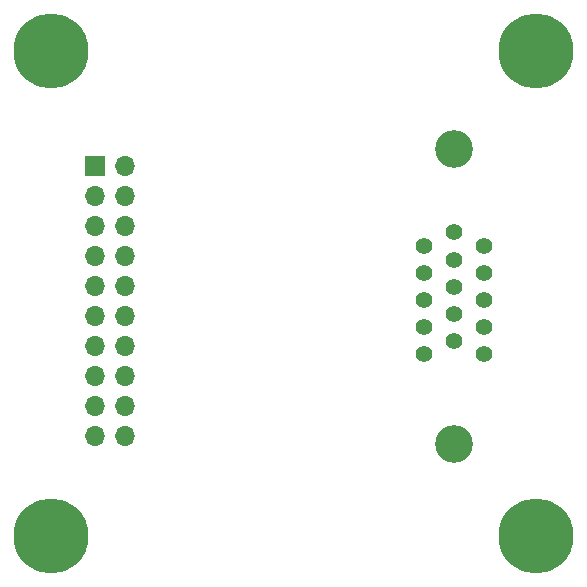
<source format=gbs>
G04 #@! TF.GenerationSoftware,KiCad,Pcbnew,(6.0.1)*
G04 #@! TF.CreationDate,2022-05-17T17:19:42-04:00*
G04 #@! TF.ProjectId,VGAX49,56474158-3439-42e6-9b69-6361645f7063,X1*
G04 #@! TF.SameCoordinates,Original*
G04 #@! TF.FileFunction,Soldermask,Bot*
G04 #@! TF.FilePolarity,Negative*
%FSLAX46Y46*%
G04 Gerber Fmt 4.6, Leading zero omitted, Abs format (unit mm)*
G04 Created by KiCad (PCBNEW (6.0.1)) date 2022-05-17 17:19:42*
%MOMM*%
%LPD*%
G01*
G04 APERTURE LIST*
%ADD10C,6.350000*%
%ADD11R,1.700000X1.700000*%
%ADD12O,1.700000X1.700000*%
%ADD13C,3.200000*%
%ADD14C,1.397000*%
G04 APERTURE END LIST*
D10*
X14000000Y-55000000D03*
X55000000Y-55000000D03*
X55000000Y-14000000D03*
X14000000Y-14000000D03*
D11*
X17653000Y-23749000D03*
D12*
X20193000Y-23749000D03*
X17653000Y-26289000D03*
X20193000Y-26289000D03*
X17653000Y-28829000D03*
X20193000Y-28829000D03*
X17653000Y-31369000D03*
X20193000Y-31369000D03*
X17653000Y-33909000D03*
X20193000Y-33909000D03*
X17653000Y-36449000D03*
X20193000Y-36449000D03*
X17653000Y-38989000D03*
X20193000Y-38989000D03*
X17653000Y-41529000D03*
X20193000Y-41529000D03*
X17653000Y-44069000D03*
X20193000Y-44069000D03*
X17653000Y-46609000D03*
X20193000Y-46609000D03*
D13*
X48059340Y-47292260D03*
X48059340Y-22303740D03*
D14*
X45519340Y-30487620D03*
X45519340Y-32778700D03*
X45519340Y-35064700D03*
X45519340Y-37358320D03*
X45519340Y-39646860D03*
X48059340Y-29342080D03*
X48059340Y-31633160D03*
X48059340Y-33924240D03*
X48059340Y-36212780D03*
X48059340Y-38503860D03*
X50599340Y-30487620D03*
X50599340Y-32778700D03*
X50596800Y-35067240D03*
X50599340Y-37358320D03*
X50599340Y-39646860D03*
M02*

</source>
